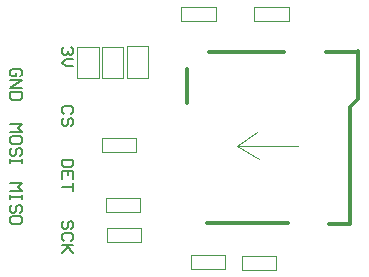
<source format=gto>
G04*
G04 #@! TF.GenerationSoftware,Altium Limited,Altium Designer,22.3.1 (43)*
G04*
G04 Layer_Color=65535*
%FSLAX25Y25*%
%MOIN*%
G70*
G04*
G04 #@! TF.SameCoordinates,B0CD7CAE-3E36-43F7-B439-C09FFECED3EA*
G04*
G04*
G04 #@! TF.FilePolarity,Positive*
G04*
G01*
G75*
%ADD10C,0.01181*%
%ADD11C,0.00394*%
%ADD12C,0.00787*%
D10*
X63386Y69882D02*
Y81201D01*
X69882Y29921D02*
X97146D01*
X110531Y29528D02*
X117815D01*
Y68504D02*
X120472Y71161D01*
X117815Y29528D02*
Y68504D01*
X120472Y71161D02*
Y87205D01*
X109547Y87106D02*
X120374D01*
X70768Y86910D02*
X95768D01*
D11*
X80118Y55709D02*
X86811Y60236D01*
X80118Y55709D02*
X87500Y51181D01*
X80118Y55709D02*
X100394D01*
X34934Y58268D02*
X46381D01*
Y53543D02*
Y58268D01*
X34934Y53543D02*
X46381D01*
X34934D02*
Y58268D01*
X93117Y14370D02*
Y19094D01*
X81670D02*
X93117D01*
X81670Y14370D02*
Y19094D01*
Y14370D02*
X93117D01*
X64560Y14567D02*
Y19291D01*
Y14567D02*
X76007D01*
Y19291D01*
X64560D02*
X76007D01*
X85820Y97342D02*
Y102067D01*
Y97342D02*
X97267D01*
Y102067D01*
X85820D02*
X97267D01*
X61411Y97146D02*
Y101870D01*
Y97146D02*
X72857D01*
Y101870D01*
X61411D02*
X72857D01*
X43299Y88890D02*
X50402D01*
Y78236D02*
Y88890D01*
X43299Y78236D02*
X50402D01*
X43299D02*
Y88890D01*
X36214Y33720D02*
Y38445D01*
Y33720D02*
X47661D01*
Y38445D01*
X36214D02*
X47661D01*
X26764Y78138D02*
X33866D01*
X26764D02*
Y88791D01*
X33866D01*
Y78138D02*
Y88791D01*
X35032Y78138D02*
X42134D01*
X35032D02*
Y88791D01*
X42134D01*
Y78138D02*
Y88791D01*
X36568Y23661D02*
Y28386D01*
Y23661D02*
X48015D01*
Y28386D01*
X36568D02*
X48015D01*
D12*
X24835Y66404D02*
X25491Y67060D01*
Y68372D01*
X24835Y69028D01*
X22211D01*
X21555Y68372D01*
Y67060D01*
X22211Y66404D01*
X24835Y62468D02*
X25491Y63124D01*
Y64436D01*
X24835Y65092D01*
X24179D01*
X23523Y64436D01*
Y63124D01*
X22867Y62468D01*
X22211D01*
X21555Y63124D01*
Y64436D01*
X22211Y65092D01*
X4331Y62957D02*
X8266D01*
X6955Y61645D01*
X8266Y60333D01*
X4331D01*
X8266Y57054D02*
Y58365D01*
X7610Y59022D01*
X4987D01*
X4331Y58365D01*
Y57054D01*
X4987Y56398D01*
X7610D01*
X8266Y57054D01*
X7610Y52462D02*
X8266Y53118D01*
Y54430D01*
X7610Y55086D01*
X6955D01*
X6299Y54430D01*
Y53118D01*
X5643Y52462D01*
X4987D01*
X4331Y53118D01*
Y54430D01*
X4987Y55086D01*
X8266Y51150D02*
Y49838D01*
Y50494D01*
X4331D01*
Y51150D01*
Y49838D01*
X24835Y88713D02*
X25491Y88057D01*
Y86745D01*
X24835Y86089D01*
X24179D01*
X23523Y86745D01*
Y87401D01*
Y86745D01*
X22867Y86089D01*
X22211D01*
X21555Y86745D01*
Y88057D01*
X22211Y88713D01*
X25491Y84777D02*
X22867D01*
X21555Y83465D01*
X22867Y82153D01*
X25491D01*
X24835Y27919D02*
X25491Y28575D01*
Y29887D01*
X24835Y30543D01*
X24179D01*
X23523Y29887D01*
Y28575D01*
X22867Y27919D01*
X22211D01*
X21555Y28575D01*
Y29887D01*
X22211Y30543D01*
X24835Y23983D02*
X25491Y24639D01*
Y25951D01*
X24835Y26607D01*
X22211D01*
X21555Y25951D01*
Y24639D01*
X22211Y23983D01*
X25491Y22671D02*
X21555D01*
X22867D01*
X25491Y20048D01*
X23523Y22016D01*
X21555Y20048D01*
X4331Y43305D02*
X8266D01*
X6955Y41993D01*
X8266Y40681D01*
X4331D01*
X8266Y39369D02*
Y38057D01*
Y38713D01*
X4331D01*
Y39369D01*
Y38057D01*
X7610Y33465D02*
X8266Y34122D01*
Y35433D01*
X7610Y36089D01*
X6955D01*
X6299Y35433D01*
Y34122D01*
X5643Y33465D01*
X4987D01*
X4331Y34122D01*
Y35433D01*
X4987Y36089D01*
X8266Y30186D02*
Y31498D01*
X7610Y32154D01*
X4987D01*
X4331Y31498D01*
Y30186D01*
X4987Y29530D01*
X7610D01*
X8266Y30186D01*
X7610Y78805D02*
X8266Y79461D01*
Y80773D01*
X7610Y81429D01*
X4987D01*
X4331Y80773D01*
Y79461D01*
X4987Y78805D01*
X6299D01*
Y80117D01*
X4331Y77493D02*
X8266D01*
X4331Y74869D01*
X8266D01*
Y73557D02*
X4331D01*
Y71589D01*
X4987Y70933D01*
X7610D01*
X8266Y71589D01*
Y73557D01*
X25491Y51114D02*
X21555D01*
Y49146D01*
X22211Y48490D01*
X24835D01*
X25491Y49146D01*
Y51114D01*
Y44554D02*
Y47178D01*
X21555D01*
Y44554D01*
X23523Y47178D02*
Y45866D01*
X25491Y43242D02*
Y40619D01*
Y41930D01*
X21555D01*
M02*

</source>
